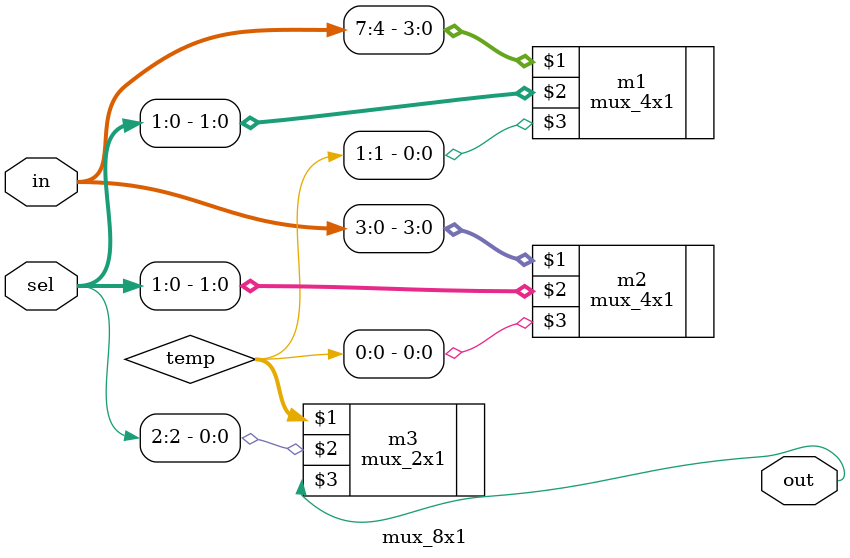
<source format=sv>
module mux_8x1(
        input  logic [7:0] in,
        input  logic [2:0] sel,
        output logic out
    );
    // temp outputs from 4x1 muxes
    logic [1:0] temp;
    // combining muxes
    mux_4x1 m1(in[7:4], sel[1:0], temp[1]);
    mux_4x1 m2(in[3:0], sel[1:0], temp[0]);
    mux_2x1 m3(temp, sel[2], out);
endmodule
</source>
